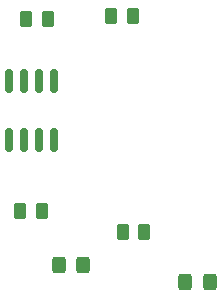
<source format=gbr>
%TF.GenerationSoftware,KiCad,Pcbnew,(7.0.0)*%
%TF.CreationDate,2023-06-01T09:50:49-06:00*%
%TF.ProjectId,Final_Project,46696e61-6c5f-4507-926f-6a6563742e6b,rev?*%
%TF.SameCoordinates,Original*%
%TF.FileFunction,Paste,Top*%
%TF.FilePolarity,Positive*%
%FSLAX46Y46*%
G04 Gerber Fmt 4.6, Leading zero omitted, Abs format (unit mm)*
G04 Created by KiCad (PCBNEW (7.0.0)) date 2023-06-01 09:50:49*
%MOMM*%
%LPD*%
G01*
G04 APERTURE LIST*
G04 Aperture macros list*
%AMRoundRect*
0 Rectangle with rounded corners*
0 $1 Rounding radius*
0 $2 $3 $4 $5 $6 $7 $8 $9 X,Y pos of 4 corners*
0 Add a 4 corners polygon primitive as box body*
4,1,4,$2,$3,$4,$5,$6,$7,$8,$9,$2,$3,0*
0 Add four circle primitives for the rounded corners*
1,1,$1+$1,$2,$3*
1,1,$1+$1,$4,$5*
1,1,$1+$1,$6,$7*
1,1,$1+$1,$8,$9*
0 Add four rect primitives between the rounded corners*
20,1,$1+$1,$2,$3,$4,$5,0*
20,1,$1+$1,$4,$5,$6,$7,0*
20,1,$1+$1,$6,$7,$8,$9,0*
20,1,$1+$1,$8,$9,$2,$3,0*%
G04 Aperture macros list end*
%ADD10RoundRect,0.250000X-0.262500X-0.450000X0.262500X-0.450000X0.262500X0.450000X-0.262500X0.450000X0*%
%ADD11RoundRect,0.250000X0.325000X0.450000X-0.325000X0.450000X-0.325000X-0.450000X0.325000X-0.450000X0*%
%ADD12RoundRect,0.150000X-0.150000X0.825000X-0.150000X-0.825000X0.150000X-0.825000X0.150000X0.825000X0*%
G04 APERTURE END LIST*
D10*
%TO.C,R2*%
X60071000Y-37809400D03*
X61896000Y-37809400D03*
%TD*%
%TO.C,R3*%
X68247900Y-55894200D03*
X70072900Y-55894200D03*
%TD*%
%TO.C,R4*%
X59561100Y-54041900D03*
X61386100Y-54041900D03*
%TD*%
D11*
%TO.C,D3*%
X75586600Y-60059800D03*
X73536600Y-60059800D03*
%TD*%
%TO.C,D1*%
X64893200Y-58662800D03*
X62843200Y-58662800D03*
%TD*%
D10*
%TO.C,R1*%
X67259200Y-37530000D03*
X69084200Y-37530000D03*
%TD*%
D12*
%TO.C,U1*%
X62404000Y-43081400D03*
X61134000Y-43081400D03*
X59864000Y-43081400D03*
X58594000Y-43081400D03*
X58594000Y-48031400D03*
X59864000Y-48031400D03*
X61134000Y-48031400D03*
X62404000Y-48031400D03*
%TD*%
M02*

</source>
